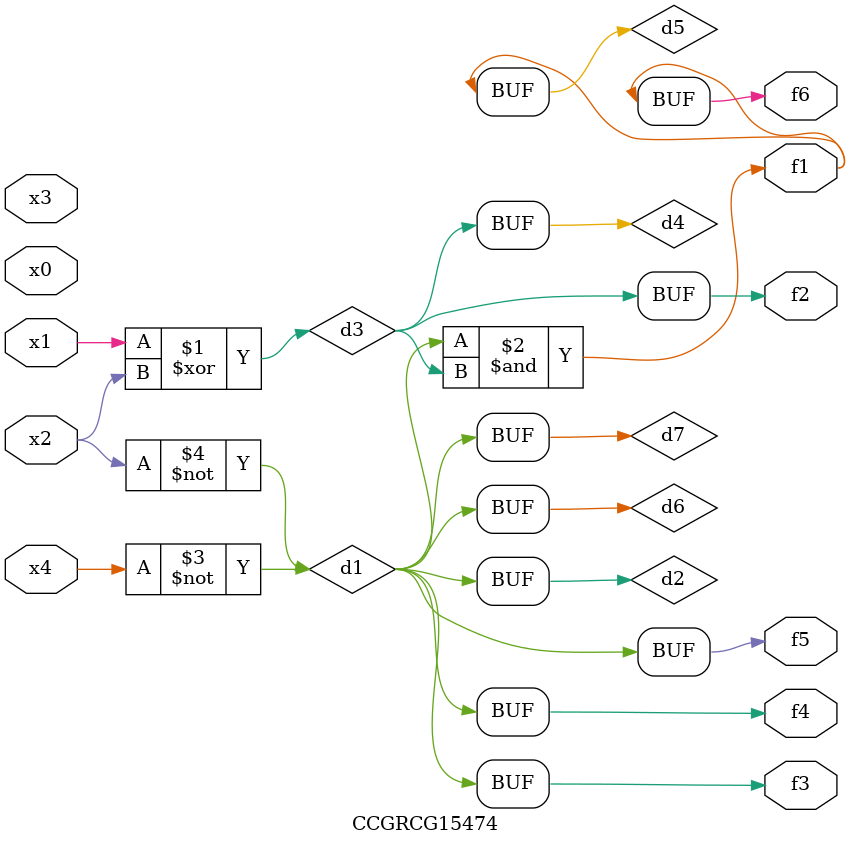
<source format=v>
module CCGRCG15474(
	input x0, x1, x2, x3, x4,
	output f1, f2, f3, f4, f5, f6
);

	wire d1, d2, d3, d4, d5, d6, d7;

	not (d1, x4);
	not (d2, x2);
	xor (d3, x1, x2);
	buf (d4, d3);
	and (d5, d1, d3);
	buf (d6, d1, d2);
	buf (d7, d2);
	assign f1 = d5;
	assign f2 = d4;
	assign f3 = d7;
	assign f4 = d7;
	assign f5 = d7;
	assign f6 = d5;
endmodule

</source>
